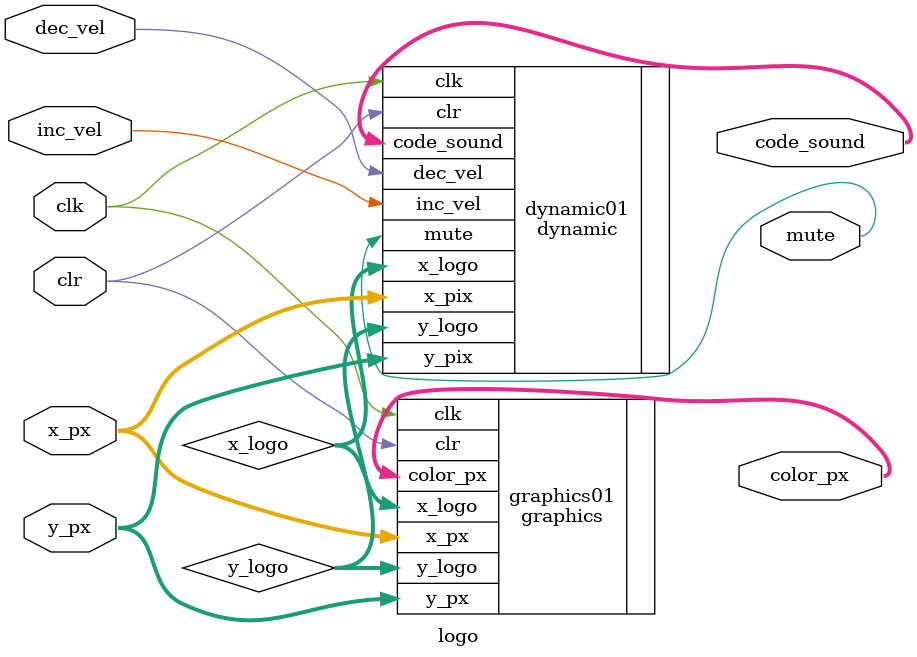
<source format=v>
module logo (
                input  wire        clk,         // System clock.
                input  wire        clr,         // Asynchronous reset.
                input  wire [9:0]  x_px,        // X position for actual pixel.
                input  wire [9:0]  y_px,        // Y position for actual pixel.
                output wire [2:0]  color_px,    // Color for actual pixel.
                input  wire        inc_vel,     // Increase velocity.
                input  wire        dec_vel,     // Decrease velocity.
                output wire        mute,        // Silence the sound.
                output wire [1:0]  code_sound   // Code of sound (ping, pong, go, stop).
            );

    // Registers with logo position.
    wire [9:0] x_logo;
    wire [9:0] y_logo;
/*
    always @(posedge clk)
    begin
        if (clr)
        begin
            x_logo = (640-80)/2;
            y_logo = (480-96)/2;
        end
    end
*/
    // Instance of dynamic part of logo.
    dynamic
    dynamic01 (
            .clk (clk),
            .clr (clr),
            .x_logo (x_logo),
            .y_logo (y_logo),
			.x_pix	(x_px),
			.y_pix	(y_px),
            .inc_vel (inc_vel),
            .dec_vel (dec_vel),
            .mute(mute),
            .code_sound (code_sound)
    );

    // Instance of graphics part of logo.
    graphics
    graphics01 (
            .clk (clk),
            .clr (clr),
            .x_px (x_px),
            .y_px (y_px),
            .x_logo (x_logo),
            .y_logo (y_logo),
            .color_px (color_px)
    );

endmodule

</source>
